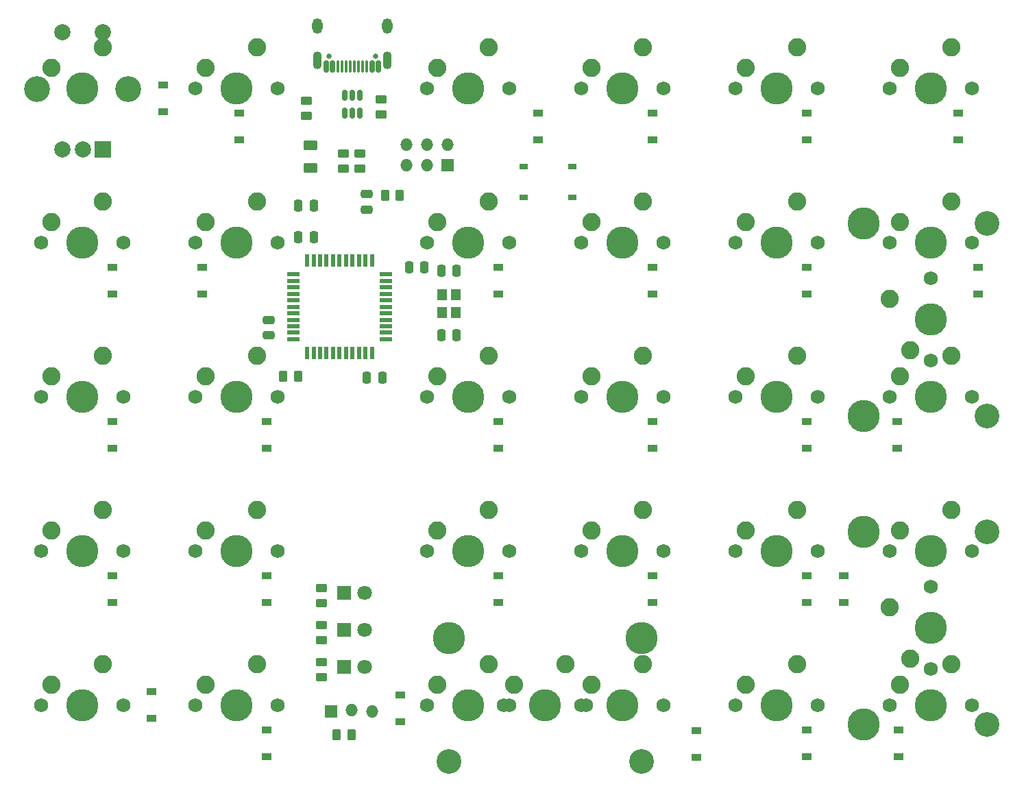
<source format=gbr>
%TF.GenerationSoftware,KiCad,Pcbnew,(5.99.0-10577-g57d4347f00)*%
%TF.CreationDate,2021-07-31T18:45:16-07:00*%
%TF.ProjectId,ahoy_pcb,61686f79-5f70-4636-922e-6b696361645f,rev?*%
%TF.SameCoordinates,Original*%
%TF.FileFunction,Soldermask,Bot*%
%TF.FilePolarity,Negative*%
%FSLAX46Y46*%
G04 Gerber Fmt 4.6, Leading zero omitted, Abs format (unit mm)*
G04 Created by KiCad (PCBNEW (5.99.0-10577-g57d4347f00)) date 2021-07-31 18:45:16*
%MOMM*%
%LPD*%
G01*
G04 APERTURE LIST*
G04 Aperture macros list*
%AMRoundRect*
0 Rectangle with rounded corners*
0 $1 Rounding radius*
0 $2 $3 $4 $5 $6 $7 $8 $9 X,Y pos of 4 corners*
0 Add a 4 corners polygon primitive as box body*
4,1,4,$2,$3,$4,$5,$6,$7,$8,$9,$2,$3,0*
0 Add four circle primitives for the rounded corners*
1,1,$1+$1,$2,$3*
1,1,$1+$1,$4,$5*
1,1,$1+$1,$6,$7*
1,1,$1+$1,$8,$9*
0 Add four rect primitives between the rounded corners*
20,1,$1+$1,$2,$3,$4,$5,0*
20,1,$1+$1,$4,$5,$6,$7,0*
20,1,$1+$1,$6,$7,$8,$9,0*
20,1,$1+$1,$8,$9,$2,$3,0*%
G04 Aperture macros list end*
%ADD10C,1.750000*%
%ADD11C,3.987800*%
%ADD12C,2.250000*%
%ADD13C,3.048000*%
%ADD14R,1.800000X1.800000*%
%ADD15C,1.800000*%
%ADD16R,1.524000X1.524000*%
%ADD17O,1.524000X1.524000*%
%ADD18R,1.200000X0.900000*%
%ADD19RoundRect,0.250000X0.450000X-0.262500X0.450000X0.262500X-0.450000X0.262500X-0.450000X-0.262500X0*%
%ADD20RoundRect,0.250000X-0.250000X-0.475000X0.250000X-0.475000X0.250000X0.475000X-0.250000X0.475000X0*%
%ADD21RoundRect,0.250000X0.475000X-0.250000X0.475000X0.250000X-0.475000X0.250000X-0.475000X-0.250000X0*%
%ADD22RoundRect,0.250000X-0.450000X0.262500X-0.450000X-0.262500X0.450000X-0.262500X0.450000X0.262500X0*%
%ADD23RoundRect,0.250000X-0.262500X-0.450000X0.262500X-0.450000X0.262500X0.450000X-0.262500X0.450000X0*%
%ADD24RoundRect,0.150000X0.150000X-0.512500X0.150000X0.512500X-0.150000X0.512500X-0.150000X-0.512500X0*%
%ADD25R,0.550000X1.500000*%
%ADD26R,1.500000X0.550000*%
%ADD27RoundRect,0.250000X-0.625000X0.375000X-0.625000X-0.375000X0.625000X-0.375000X0.625000X0.375000X0*%
%ADD28RoundRect,0.250000X0.262500X0.450000X-0.262500X0.450000X-0.262500X-0.450000X0.262500X-0.450000X0*%
%ADD29R,2.000000X2.000000*%
%ADD30C,2.000000*%
%ADD31C,3.200000*%
%ADD32R,1.200000X1.400000*%
%ADD33RoundRect,0.250000X0.250000X0.475000X-0.250000X0.475000X-0.250000X-0.475000X0.250000X-0.475000X0*%
%ADD34R,1.000000X0.750000*%
%ADD35C,0.650000*%
%ADD36RoundRect,0.150000X-0.150000X-0.575000X0.150000X-0.575000X0.150000X0.575000X-0.150000X0.575000X0*%
%ADD37RoundRect,0.075000X-0.075000X-0.650000X0.075000X-0.650000X0.075000X0.650000X-0.075000X0.650000X0*%
%ADD38O,1.100000X2.200000*%
%ADD39O,1.300000X1.900000*%
G04 APERTURE END LIST*
D10*
%TO.C,MX1*%
X38205000Y-61400000D03*
X28045000Y-61400000D03*
D11*
X33125000Y-61400000D03*
D12*
X29315000Y-58860000D03*
X35665000Y-56320000D03*
%TD*%
D10*
%TO.C,MX6*%
X47095000Y-61400000D03*
X57255000Y-61400000D03*
D11*
X52175000Y-61400000D03*
D12*
X48365000Y-58860000D03*
X54715000Y-56320000D03*
%TD*%
D10*
%TO.C,MX30*%
X132820000Y-118550000D03*
X142980000Y-118550000D03*
D11*
X137900000Y-118550000D03*
D12*
X134090000Y-116010000D03*
X140440000Y-113470000D03*
%TD*%
D10*
%TO.C,MX29*%
X132820000Y-99500000D03*
D11*
X137900000Y-99500000D03*
D10*
X142980000Y-99500000D03*
D12*
X134090000Y-96960000D03*
X140440000Y-94420000D03*
%TD*%
D10*
%TO.C,MX26*%
X113770000Y-137600000D03*
D11*
X118850000Y-137600000D03*
D10*
X123930000Y-137600000D03*
D12*
X115040000Y-135060000D03*
X121390000Y-132520000D03*
%TD*%
D10*
%TO.C,MX28*%
X142980000Y-80450000D03*
X132820000Y-80450000D03*
D11*
X137900000Y-80450000D03*
D12*
X134090000Y-77910000D03*
X140440000Y-75370000D03*
%TD*%
D10*
%TO.C,MX7*%
X57255000Y-80450000D03*
D11*
X52175000Y-80450000D03*
D10*
X47095000Y-80450000D03*
D12*
X48365000Y-77910000D03*
X54715000Y-75370000D03*
%TD*%
D13*
%TO.C,MX33*%
X144885000Y-116168750D03*
D11*
X129645000Y-116168750D03*
D10*
X137900000Y-122995000D03*
D13*
X144885000Y-139981250D03*
D11*
X129645000Y-139981250D03*
D10*
X137900000Y-133155000D03*
D11*
X137900000Y-128075000D03*
D12*
X135360000Y-131885000D03*
X132820000Y-125535000D03*
%TD*%
D10*
%TO.C,MX17*%
X94720000Y-61400000D03*
D11*
X99800000Y-61400000D03*
D10*
X104880000Y-61400000D03*
D12*
X95990000Y-58860000D03*
X102340000Y-56320000D03*
%TD*%
D10*
%TO.C,MX27*%
X132820000Y-61400000D03*
D11*
X137900000Y-61400000D03*
D10*
X142980000Y-61400000D03*
D12*
X134090000Y-58860000D03*
X140440000Y-56320000D03*
%TD*%
D10*
%TO.C,MX19*%
X94720000Y-99500000D03*
D11*
X99800000Y-99500000D03*
D10*
X104880000Y-99500000D03*
D12*
X95990000Y-96960000D03*
X102340000Y-94420000D03*
%TD*%
D10*
%TO.C,MX9*%
X47095000Y-118550000D03*
X57255000Y-118550000D03*
D11*
X52175000Y-118550000D03*
D12*
X48365000Y-116010000D03*
X54715000Y-113470000D03*
%TD*%
D14*
%TO.C,D31*%
X65410000Y-132844000D03*
D15*
X67950000Y-132844000D03*
%TD*%
D10*
%TO.C,MX15*%
X85830000Y-137600000D03*
X75670000Y-137600000D03*
D11*
X80750000Y-137600000D03*
D12*
X76940000Y-135060000D03*
X83290000Y-132520000D03*
%TD*%
D11*
%TO.C,MX8*%
X52175000Y-99500000D03*
D10*
X57255000Y-99500000D03*
X47095000Y-99500000D03*
D12*
X48365000Y-96960000D03*
X54715000Y-94420000D03*
%TD*%
D14*
%TO.C,D33*%
X65410000Y-123700000D03*
D15*
X67950000Y-123700000D03*
%TD*%
D10*
%TO.C,MX22*%
X113770000Y-61400000D03*
D11*
X118850000Y-61400000D03*
D10*
X123930000Y-61400000D03*
D12*
X115040000Y-58860000D03*
X121390000Y-56320000D03*
%TD*%
D11*
%TO.C,MX23*%
X118850000Y-80450000D03*
D10*
X113770000Y-80450000D03*
X123930000Y-80450000D03*
D12*
X115040000Y-77910000D03*
X121390000Y-75370000D03*
%TD*%
D10*
%TO.C,MX13*%
X85830000Y-99500000D03*
D11*
X80750000Y-99500000D03*
D10*
X75670000Y-99500000D03*
D12*
X76940000Y-96960000D03*
X83290000Y-94420000D03*
%TD*%
D10*
%TO.C,MX12*%
X75670000Y-80450000D03*
X85830000Y-80450000D03*
D11*
X80750000Y-80450000D03*
D12*
X76940000Y-77910000D03*
X83290000Y-75370000D03*
%TD*%
D10*
%TO.C,MX3*%
X38205000Y-99500000D03*
D11*
X33125000Y-99500000D03*
D10*
X28045000Y-99500000D03*
D12*
X29315000Y-96960000D03*
X35665000Y-94420000D03*
%TD*%
D11*
%TO.C,MX24*%
X118850000Y-99500000D03*
D10*
X113770000Y-99500000D03*
X123930000Y-99500000D03*
D12*
X115040000Y-96960000D03*
X121390000Y-94420000D03*
%TD*%
D11*
%TO.C,MX18*%
X99800000Y-80450000D03*
D10*
X104880000Y-80450000D03*
X94720000Y-80450000D03*
D12*
X95990000Y-77910000D03*
X102340000Y-75370000D03*
%TD*%
D14*
%TO.C,D32*%
X65410000Y-128272000D03*
D15*
X67950000Y-128272000D03*
%TD*%
D11*
%TO.C,MX2*%
X33125000Y-80450000D03*
D10*
X38205000Y-80450000D03*
X28045000Y-80450000D03*
D12*
X29315000Y-77910000D03*
X35665000Y-75370000D03*
%TD*%
D16*
%TO.C,J2*%
X63860000Y-138350000D03*
D17*
X66400000Y-138223000D03*
X68940000Y-138350000D03*
%TD*%
D10*
%TO.C,MX5*%
X28045000Y-137600000D03*
D11*
X33125000Y-137600000D03*
D10*
X38205000Y-137600000D03*
D12*
X29315000Y-135060000D03*
X35665000Y-132520000D03*
%TD*%
D10*
%TO.C,MX16*%
X95355000Y-137600000D03*
D11*
X78368750Y-129345000D03*
D13*
X78368750Y-144585000D03*
D10*
X85195000Y-137600000D03*
D13*
X102181250Y-144585000D03*
D11*
X102181250Y-129345000D03*
X90275000Y-137600000D03*
D12*
X86465000Y-135060000D03*
X92815000Y-132520000D03*
%TD*%
D10*
%TO.C,MX4*%
X38205000Y-118550000D03*
D11*
X33125000Y-118550000D03*
D10*
X28045000Y-118550000D03*
D12*
X29315000Y-116010000D03*
X35665000Y-113470000D03*
%TD*%
D10*
%TO.C,MX14*%
X85830000Y-118550000D03*
X75670000Y-118550000D03*
D11*
X80750000Y-118550000D03*
D12*
X76940000Y-116010000D03*
X83290000Y-113470000D03*
%TD*%
D10*
%TO.C,MX21*%
X104880000Y-137600000D03*
X94720000Y-137600000D03*
D11*
X99800000Y-137600000D03*
D12*
X95990000Y-135060000D03*
X102340000Y-132520000D03*
%TD*%
D10*
%TO.C,MX11*%
X75670000Y-61400000D03*
D11*
X80750000Y-61400000D03*
D10*
X85830000Y-61400000D03*
D12*
X76940000Y-58860000D03*
X83290000Y-56320000D03*
%TD*%
D10*
%TO.C,MX10*%
X47095000Y-137600000D03*
D11*
X52175000Y-137600000D03*
D10*
X57255000Y-137600000D03*
D12*
X48365000Y-135060000D03*
X54715000Y-132520000D03*
%TD*%
D10*
%TO.C,MX31*%
X142980000Y-137600000D03*
D11*
X137900000Y-137600000D03*
D10*
X132820000Y-137600000D03*
D12*
X134090000Y-135060000D03*
X140440000Y-132520000D03*
%TD*%
D10*
%TO.C,MX32*%
X137900000Y-95055000D03*
X137900000Y-84895000D03*
D11*
X137900000Y-89975000D03*
D13*
X144885000Y-78068750D03*
X144885000Y-101881250D03*
D11*
X129645000Y-101881250D03*
X129645000Y-78068750D03*
D12*
X135360000Y-93785000D03*
X132820000Y-87435000D03*
%TD*%
D11*
%TO.C,MX20*%
X99800000Y-118550000D03*
D10*
X104880000Y-118550000D03*
X94720000Y-118550000D03*
D12*
X95990000Y-116010000D03*
X102340000Y-113470000D03*
%TD*%
D11*
%TO.C,MX25*%
X118850000Y-118550000D03*
D10*
X113770000Y-118550000D03*
X123930000Y-118550000D03*
D12*
X115040000Y-116010000D03*
X121390000Y-113470000D03*
%TD*%
D18*
%TO.C,D2*%
X36839750Y-86799000D03*
X36839750Y-83499000D03*
%TD*%
D19*
%TO.C,R6*%
X60800000Y-64762500D03*
X60800000Y-62937500D03*
%TD*%
D20*
%TO.C,C6*%
X73450000Y-83500000D03*
X75350000Y-83500000D03*
%TD*%
D21*
%TO.C,C3*%
X68250000Y-76350000D03*
X68250000Y-74450000D03*
%TD*%
D22*
%TO.C,R8*%
X62616000Y-127740500D03*
X62616000Y-129565500D03*
%TD*%
D18*
%TO.C,D15*%
X72399750Y-139631000D03*
X72399750Y-136331000D03*
%TD*%
D19*
%TO.C,R7*%
X62616000Y-134137500D03*
X62616000Y-132312500D03*
%TD*%
D23*
%TO.C,R3*%
X70487500Y-74650000D03*
X72312500Y-74650000D03*
%TD*%
D18*
%TO.C,D3*%
X36839750Y-105849000D03*
X36839750Y-102549000D03*
%TD*%
%TO.C,D17*%
X103514750Y-67749000D03*
X103514750Y-64449000D03*
%TD*%
D22*
%TO.C,R1*%
X65350000Y-69487500D03*
X65350000Y-71312500D03*
%TD*%
D24*
%TO.C,U2*%
X67400000Y-64487500D03*
X66450000Y-64487500D03*
X65500000Y-64487500D03*
X65500000Y-62212500D03*
X66450000Y-62212500D03*
X67400000Y-62212500D03*
%TD*%
D25*
%TO.C,U1*%
X60875000Y-82687500D03*
X61675000Y-82687500D03*
X62475000Y-82687500D03*
X63275000Y-82687500D03*
X64075000Y-82687500D03*
X64875000Y-82687500D03*
X65675000Y-82687500D03*
X66475000Y-82687500D03*
X67275000Y-82687500D03*
X68075000Y-82687500D03*
X68875000Y-82687500D03*
D26*
X70575000Y-84387500D03*
X70575000Y-85187500D03*
X70575000Y-85987500D03*
X70575000Y-86787500D03*
X70575000Y-87587500D03*
X70575000Y-88387500D03*
X70575000Y-89187500D03*
X70575000Y-89987500D03*
X70575000Y-90787500D03*
X70575000Y-91587500D03*
X70575000Y-92387500D03*
D25*
X68875000Y-94087500D03*
X68075000Y-94087500D03*
X67275000Y-94087500D03*
X66475000Y-94087500D03*
X65675000Y-94087500D03*
X64875000Y-94087500D03*
X64075000Y-94087500D03*
X63275000Y-94087500D03*
X62475000Y-94087500D03*
X61675000Y-94087500D03*
X60875000Y-94087500D03*
D26*
X59175000Y-92387500D03*
X59175000Y-91587500D03*
X59175000Y-90787500D03*
X59175000Y-89987500D03*
X59175000Y-89187500D03*
X59175000Y-88387500D03*
X59175000Y-87587500D03*
X59175000Y-86787500D03*
X59175000Y-85987500D03*
X59175000Y-85187500D03*
X59175000Y-84387500D03*
%TD*%
D18*
%TO.C,D5*%
X41665750Y-139250000D03*
X41665750Y-135950000D03*
%TD*%
%TO.C,D22*%
X122564750Y-86799000D03*
X122564750Y-83499000D03*
%TD*%
D27*
%TO.C,F1*%
X61300000Y-68450000D03*
X61300000Y-71250000D03*
%TD*%
D19*
%TO.C,R5*%
X70000000Y-64612500D03*
X70000000Y-62787500D03*
%TD*%
D18*
%TO.C,D6*%
X52460750Y-67749000D03*
X52460750Y-64449000D03*
%TD*%
%TO.C,D12*%
X84464750Y-86799000D03*
X84464750Y-83499000D03*
%TD*%
%TO.C,D28*%
X133740750Y-105849000D03*
X133740750Y-102549000D03*
%TD*%
%TO.C,D4*%
X36839750Y-124899000D03*
X36839750Y-121599000D03*
%TD*%
D21*
%TO.C,C4*%
X56150000Y-91900000D03*
X56150000Y-90000000D03*
%TD*%
D18*
%TO.C,D30*%
X133931250Y-143949000D03*
X133931250Y-140649000D03*
%TD*%
%TO.C,D20*%
X108975750Y-144076000D03*
X108975750Y-140776000D03*
%TD*%
%TO.C,D8*%
X55889750Y-105849000D03*
X55889750Y-102549000D03*
%TD*%
%TO.C,D18*%
X103514750Y-86799000D03*
X103514750Y-83499000D03*
%TD*%
%TO.C,D11*%
X89417750Y-67749000D03*
X89417750Y-64449000D03*
%TD*%
%TO.C,D13*%
X84464750Y-105849000D03*
X84464750Y-102549000D03*
%TD*%
%TO.C,D27*%
X143773750Y-86799000D03*
X143773750Y-83499000D03*
%TD*%
D28*
%TO.C,R4*%
X59723250Y-97000000D03*
X57898250Y-97000000D03*
%TD*%
D18*
%TO.C,D29*%
X127136750Y-124899000D03*
X127136750Y-121599000D03*
%TD*%
%TO.C,D16*%
X103514750Y-105849000D03*
X103514750Y-102549000D03*
%TD*%
%TO.C,D26*%
X141287500Y-67749000D03*
X141287500Y-64449000D03*
%TD*%
D29*
%TO.C,SW2*%
X35647000Y-68972000D03*
D30*
X30647000Y-68972000D03*
X33147000Y-68972000D03*
D31*
X38747000Y-61472000D03*
X27547000Y-61472000D03*
D30*
X30647000Y-54472000D03*
X35647000Y-54472000D03*
%TD*%
D32*
%TO.C,Y1*%
X77550000Y-89100000D03*
X77550000Y-86900000D03*
X79250000Y-86900000D03*
X79250000Y-89100000D03*
%TD*%
D22*
%TO.C,R9*%
X62616000Y-123168500D03*
X62616000Y-124993500D03*
%TD*%
D18*
%TO.C,D1*%
X43053000Y-64261000D03*
X43053000Y-60961000D03*
%TD*%
%TO.C,D23*%
X122564750Y-105849000D03*
X122564750Y-102549000D03*
%TD*%
D33*
%TO.C,C7*%
X61700000Y-75900000D03*
X59800000Y-75900000D03*
%TD*%
D18*
%TO.C,D10*%
X55889750Y-143949000D03*
X55889750Y-140649000D03*
%TD*%
%TO.C,D7*%
X47888750Y-86799000D03*
X47888750Y-83499000D03*
%TD*%
%TO.C,D9*%
X55889750Y-124899000D03*
X55889750Y-121599000D03*
%TD*%
%TO.C,D14*%
X84464750Y-124899000D03*
X84464750Y-121599000D03*
%TD*%
D34*
%TO.C,SW1*%
X87600000Y-74825000D03*
X87600000Y-71075000D03*
X93600000Y-74825000D03*
X93600000Y-71075000D03*
%TD*%
D35*
%TO.C,J1*%
X63570000Y-57391500D03*
X69350000Y-57391500D03*
D36*
X63210000Y-58717500D03*
X64010000Y-58717500D03*
D37*
X65210000Y-58717500D03*
X66206000Y-58717500D03*
X66710000Y-58717500D03*
X67710000Y-58717500D03*
D36*
X69710000Y-58717500D03*
X68910000Y-58717500D03*
D37*
X68210000Y-58717500D03*
X67210000Y-58717500D03*
X65710000Y-58717500D03*
X64710000Y-58717500D03*
D38*
X62160000Y-57942500D03*
X70760000Y-57942500D03*
D39*
X62160000Y-53742500D03*
X70760000Y-53742500D03*
%TD*%
D33*
%TO.C,C2*%
X79350000Y-83900000D03*
X77450000Y-83900000D03*
%TD*%
D18*
%TO.C,D24*%
X122564750Y-124899000D03*
X122564750Y-121599000D03*
%TD*%
D28*
%TO.C,R10*%
X66362500Y-141250000D03*
X64537500Y-141250000D03*
%TD*%
D16*
%TO.C,P1*%
X78240000Y-70870000D03*
D17*
X78240000Y-68330000D03*
X75700000Y-70870000D03*
X75700000Y-68330000D03*
X73160000Y-70870000D03*
X73160000Y-68330000D03*
%TD*%
D18*
%TO.C,D21*%
X122564750Y-67749000D03*
X122564750Y-64449000D03*
%TD*%
%TO.C,D25*%
X122564750Y-143949000D03*
X122564750Y-140649000D03*
%TD*%
D33*
%TO.C,C16*%
X61700000Y-79800000D03*
X59800000Y-79800000D03*
%TD*%
D20*
%TO.C,C5*%
X68250000Y-97100000D03*
X70150000Y-97100000D03*
%TD*%
D19*
%TO.C,R2*%
X67386750Y-71312500D03*
X67386750Y-69487500D03*
%TD*%
D18*
%TO.C,D19*%
X103514750Y-124899000D03*
X103514750Y-121599000D03*
%TD*%
D33*
%TO.C,C1*%
X79350000Y-91850000D03*
X77450000Y-91850000D03*
%TD*%
M02*

</source>
